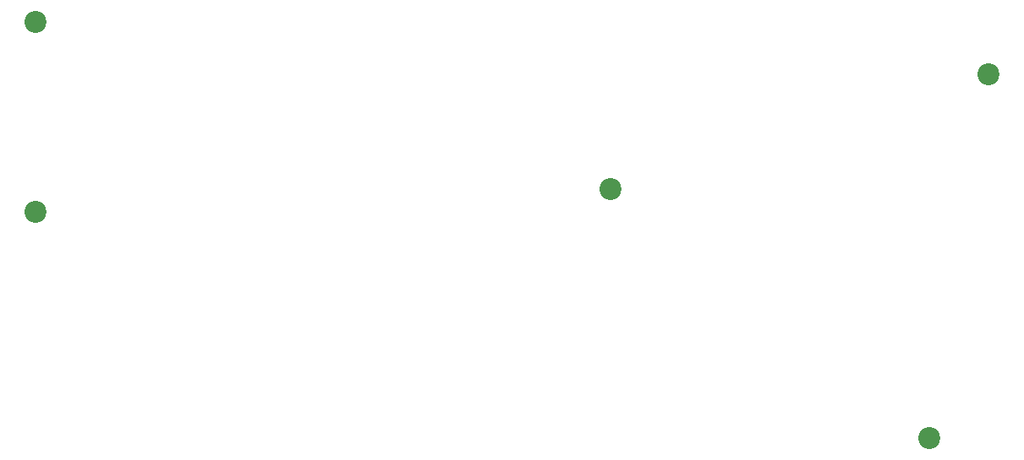
<source format=gbr>
G04 #@! TF.GenerationSoftware,KiCad,Pcbnew,8.0.0*
G04 #@! TF.CreationDate,2024-03-14T17:27:31+09:00*
G04 #@! TF.ProjectId,Pinky3,50696e6b-7933-42e6-9b69-6361645f7063,0.3*
G04 #@! TF.SameCoordinates,Original*
G04 #@! TF.FileFunction,Legend,Top*
G04 #@! TF.FilePolarity,Positive*
%FSLAX46Y46*%
G04 Gerber Fmt 4.6, Leading zero omitted, Abs format (unit mm)*
G04 Created by KiCad (PCBNEW 8.0.0) date 2024-03-14 17:27:31*
%MOMM*%
%LPD*%
G01*
G04 APERTURE LIST*
%ADD10C,2.200000*%
G04 APERTURE END LIST*
D10*
X117077615Y-95323520D03*
X149000000Y-120300000D03*
X59500000Y-78550000D03*
X154940000Y-83820000D03*
X59500000Y-97600000D03*
M02*

</source>
